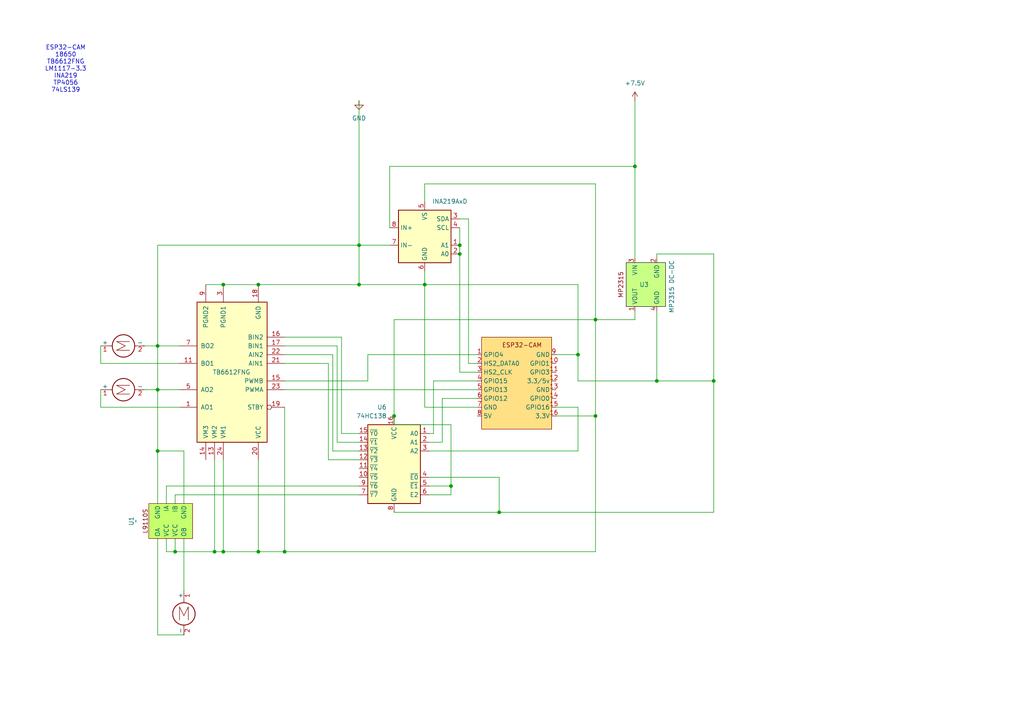
<source format=kicad_sch>
(kicad_sch (version 20250114) (generator "eeschema") (generator_version "9.0")
  (paper "A4")
  (lib_symbols
    (symbol "74xx:74HC138"
      (property "Reference" "U" (at -7.62 13.97 0))
      (property "Value" "74HC138" (at 2.54 -11.43 0))
      (symbol "74HC138_0_1"
        (rectangle (start -7.62 12.7) (end 7.62 -10.16) (stroke (width 0.254)) (fill (type background)))
      )
      (symbol "74HC138_1_1"
        (pin input line (at -10.16 10.16 0) (length 2.54) (name "A0") (number "1"))
        (pin input line (at -10.16 7.62 0) (length 2.54) (name "A1") (number "2"))
        (pin input line (at -10.16 5.08 0) (length 2.54) (name "A2") (number "3"))
        (pin input line (at -10.16 -2.54 0) (length 2.54) (name "~{E0}") (number "4"))
        (pin input line (at -10.16 -5.08 0) (length 2.54) (name "~{E1}") (number "5"))
        (pin input line (at -10.16 -7.62 0) (length 2.54) (name "E2") (number "6"))
        (pin power_in line (at 0 15.24 270) (length 2.54) (name "VCC") (number "16"))
        (pin power_in line (at 0 -12.7 90) (length 2.54) (name "GND") (number "8"))
        (pin output line (at 10.16 10.16 180) (length 2.54) (name "~{Y0}") (number "15"))
        (pin output line (at 10.16 7.62 180) (length 2.54) (name "~{Y1}") (number "14"))
        (pin output line (at 10.16 5.08 180) (length 2.54) (name "~{Y2}") (number "13"))
        (pin output line (at 10.16 2.54 180) (length 2.54) (name "~{Y3}") (number "12"))
        (pin output line (at 10.16 0 180) (length 2.54) (name "~{Y4}") (number "11"))
        (pin output line (at 10.16 -2.54 180) (length 2.54) (name "~{Y5}") (number "10"))
        (pin output line (at 10.16 -5.08 180) (length 2.54) (name "~{Y6}") (number "9"))
        (pin output line (at 10.16 -7.62 180) (length 2.54) (name "~{Y7}") (number "7"))
      )
    )
    (symbol "Driver_Motor:L9110S"
      (property "Reference" "U1" (at 0 8.89 0))
      (property "Value" "~" (at 0 7.62 0))
      (symbol "L9110S_0_1"
        (rectangle (start -5.08 3.81) (end 5.08 -8.89) (fill (type color) (color 197 255 108 1)))
      )
      (symbol "L9110S_1_1"
        (text "L9110S" (at 0 4.826 0) (effects (font (size 1.27 1.27))))
        (pin output line (at -5.08 1.27 0) (length 0) (name "OA") (number ""))
        (pin power_in line (at -5.08 -1.27 0) (length 0) (name "VCC") (number ""))
        (pin power_in line (at -5.08 -3.81 0) (length 0) (name "VCC") (number ""))
        (pin output line (at -5.08 -6.35 0) (length 0) (name "OB") (number ""))
        (pin power_in line (at 5.08 1.27 180) (length 0) (name "GND") (number ""))
        (pin input line (at 5.08 -1.27 180) (length 0) (name "IA") (number ""))
        (pin input line (at 5.08 -3.81 180) (length 0) (name "IB") (number ""))
        (pin power_in line (at 5.08 -6.35 180) (length 0) (name "GND") (number ""))
      )
    )
    (symbol "Driver_Motor:TB6612FNG" (pin_names (offset 1.016))
      (property "Reference" "U" (at 11.43 17.78 0))
      (property "Value" "TB6612FNG" (at 11.43 15.24 0))
      (symbol "TB6612FNG_0_1"
        (rectangle (start -10.16 20.32) (end 10.16 -20.32) (stroke (width 0.254)) (fill (type background)))
      )
      (symbol "TB6612FNG_1_1"
        (pin input inverted (at -15.24 10.16 0) (length 5.08) (name "STBY") (number "19"))
        (pin input line (at -15.24 5.08 0) (length 5.08) (name "PWMA") (number "23"))
        (pin input line (at -15.24 2.54 0) (length 5.08) (name "PWMB") (number "15"))
        (pin input line (at -15.24 -2.54 0) (length 5.08) (name "AIN1") (number "21"))
        (pin input line (at -15.24 -5.08 0) (length 5.08) (name "AIN2") (number "22"))
        (pin input line (at -15.24 -7.62 0) (length 5.08) (name "BIN1") (number "17"))
        (pin input line (at -15.24 -10.16 0) (length 5.08) (name "BIN2") (number "16"))
        (pin power_in line (at -7.62 25.4 270) (length 5.08) (name "VCC") (number "20"))
        (pin power_in line (at -7.62 -25.4 90) (length 5.08) (name "GND") (number "18"))
        (pin power_in line (at 2.54 25.4 270) (length 5.08) (name "VM1") (number "24"))
        (pin power_in line (at 2.54 -25.4 90) (length 5.08) (name "PGND1") (number "3"))
        (pin passive line (at 2.54 -25.4 90) (length 5.08) (hide yes) (name "PGND1") (number "4"))
        (pin power_in line (at 5.08 25.4 270) (length 5.08) (name "VM2") (number "13"))
        (pin power_in line (at 7.62 25.4 270) (length 5.08) (name "VM3") (number "14"))
        (pin passive line (at 7.62 -25.4 90) (length 5.08) (hide yes) (name "PGND2") (number "10"))
        (pin power_in line (at 7.62 -25.4 90) (length 5.08) (name "PGND2") (number "9"))
        (pin output line (at 15.24 10.16 180) (length 5.08) (name "AO1") (number "1"))
        (pin passive line (at 15.24 10.16 180) (length 5.08) (hide yes) (name "AO1") (number "2"))
        (pin output line (at 15.24 5.08 180) (length 5.08) (name "AO2") (number "5"))
        (pin passive line (at 15.24 5.08 180) (length 5.08) (hide yes) (name "AO2") (number "6"))
        (pin output line (at 15.24 -2.54 180) (length 5.08) (name "BO1") (number "11"))
        (pin passive line (at 15.24 -2.54 180) (length 5.08) (hide yes) (name "BO1") (number "12"))
        (pin output line (at 15.24 -7.62 180) (length 5.08) (name "BO2") (number "7"))
        (pin passive line (at 15.24 -7.62 180) (length 5.08) (hide yes) (name "BO2") (number "8"))
      )
    )
    (symbol "Motor:Motor_DC" (pin_names (offset 0))
      (property "Reference" "M" (at 2.54 2.54 0))
      (property "Value" "Motor_DC" (at 2.54 -5.08 0))
      (symbol "Motor_DC_0_0"
        (polyline (pts (xy -1.27 -3.302) (xy -1.27 0.508) (xy 0 -2.032) (xy 1.27 0.508) (xy 1.27 -3.302)))
      )
      (symbol "Motor_DC_0_1"
        (polyline (pts (xy 0 2.032) (xy 0 2.54)))
        (polyline (pts (xy 0 1.7272) (xy 0 2.0828)))
        (circle (center 0 -1.524) (radius 3.2512) (stroke (width 0.254)))
        (polyline (pts (xy 0 -4.7752) (xy 0 -5.1816)))
        (polyline (pts (xy 0 -7.62) (xy 0 -7.112)))
      )
      (symbol "Motor_DC_1_1"
        (pin passive line (at 0 5.08 270) (length 2.54) (name "+") (number "1"))
        (pin passive line (at 0 -7.62 90) (length 2.54) (name "-") (number "2"))
      )
    )
    (symbol "RF_Module:ESP32-CAM"
      (symbol "ESP32-CAM_0_1"
        (rectangle (start -10.16 11.43) (end 10.16 -15.24) (fill (type color) (color 255 224 132 1)))
      )
      (symbol "ESP32-CAM_1_1"
        (text "ESP32-CAM" (at 1.524 9.144 0) (effects (font (size 1.27 1.27))))
        (pin output line (at -11.43 6.35 0) (length 1.27) (name "GPIO4") (number "1"))
        (pin output line (at -11.43 3.81 0) (length 1.27) (name "GPIO2") (number "2") (alternate "HS2_DATA0" output line))
        (pin output line (at -11.43 1.27 0) (length 1.27) (name "GPIO14") (number "3") (alternate "HS2_CLK" output line))
        (pin output line (at -11.43 -1.27 0) (length 1.27) (name "GPIO15") (number "4"))
        (pin output line (at -11.43 -3.81 0) (length 1.27) (name "GPIO13") (number "5"))
        (pin output line (at -11.43 -6.35 0) (length 1.27) (name "GPIO12") (number "6"))
        (pin power_in line (at -11.43 -8.89 0) (length 1.27) (name "GND") (number "7"))
        (pin power_in line (at -11.43 -11.43 0) (length 1.27) (name "5V") (number "8"))
        (pin power_in line (at 11.43 6.35 180) (length 1.27) (name "GND") (number "9"))
        (pin output line (at 11.43 3.81 180) (length 1.27) (name "GPIO1") (number "10"))
        (pin input line (at 11.43 1.27 180) (length 1.27) (name "GPIO3") (number "11"))
        (pin power_out line (at 11.43 -1.27 180) (length 1.27) (name "3.3/5v") (number "12"))
        (pin power_in line (at 11.43 -3.81 180) (length 1.27) (name "GND") (number "13"))
        (pin output line (at 11.43 -6.35 180) (length 1.27) (name "GPIO0") (number "14"))
        (pin output line (at 11.43 -8.89 180) (length 1.27) (name "GPIO16") (number "15"))
        (pin power_in line (at 11.43 -11.43 180) (length 1.27) (name "3.3V") (number "16"))
      )
    )
    (symbol "Regulator_Switching:MP2315"
      (property "Reference" "U" (at 0 -1.27 0))
      (property "Value" "MP2315 DC-DC" (at 0 0 0))
      (symbol "MP2315_1_1"
        (rectangle (start -6.35 5.08) (end 6.35 -6.35) (stroke (width 0) (color 17 28 25 1)) (fill (type color) (color 202 255 134 1)))
        (text "MP2315" (at 0 6.604 0) (effects (font (size 1.27 1.27))))
        (pin input line (at -7.62 2.54 0) (length 1.27) (name "VIN") (number "3"))
        (pin power_in line (at -7.62 -3.81 0) (length 1.27) (name "GND") (number "2"))
        (pin output line (at 7.62 2.54 180) (length 1.27) (name "VOUT") (number "1"))
        (pin power_in line (at 7.62 -3.81 180) (length 1.27) (name "GND") (number "4"))
      )
    )
    (symbol "Sensor_Energy:INA219AxD"
      (property "Reference" "U" (at -6.35 8.89 0))
      (property "Value" "INA219AxD" (at 5.08 8.89 0))
      (symbol "INA219AxD_0_1"
        (rectangle (start -7.62 7.62) (end 7.62 -7.62) (stroke (width 0.254)) (fill (type background)))
      )
      (symbol "INA219AxD_1_1"
        (pin input line (at -10.16 2.54 0) (length 2.54) (name "IN+") (number "8"))
        (pin input line (at -10.16 -2.54 0) (length 2.54) (name "IN-") (number "7"))
        (pin power_in line (at 0 10.16 270) (length 2.54) (name "VS") (number "5"))
        (pin power_in line (at 0 -10.16 90) (length 2.54) (name "GND") (number "6"))
        (pin bidirectional line (at 10.16 5.08 180) (length 2.54) (name "SDA") (number "3"))
        (pin input line (at 10.16 2.54 180) (length 2.54) (name "SCL") (number "4"))
        (pin input line (at 10.16 -2.54 180) (length 2.54) (name "A1") (number "1"))
        (pin input line (at 10.16 -5.08 180) (length 2.54) (name "A0") (number "2"))
      )
    )
    (symbol "power:+7.5V" (power) (pin_numbers (hide yes)) (pin_names (offset 0) (hide yes))
      (property "Value" "+7.5V" (at 0 3.556 0))
      (symbol "+7.5V_0_1"
        (polyline (pts (xy -0.762 1.27) (xy 0 2.54)))
        (polyline (pts (xy 0 2.54) (xy 0.762 1.27)))
        (polyline (pts (xy 0 0) (xy 0 2.54)))
      )
      (symbol "+7.5V_1_1"
        (pin power_in line (at 0 0 90) (length 0) (name "~") (number "1"))
      )
    )
    (symbol "power:GND" (power) (pin_numbers (hide yes)) (pin_names (offset 0) (hide yes))
      (property "Value" "GND" (at 0 -3.81 0))
      (symbol "GND_0_1"
        (polyline (pts (xy 0 0) (xy 0 -1.27) (xy 1.27 -1.27) (xy 0 -2.54) (xy -1.27 -1.27) (xy 0 -1.27)))
      )
      (symbol "GND_1_1"
        (pin power_in line (at 0 0 270) (length 0) (name "~") (number "1"))
      )
    )
  )
  (text "ESP32-CAM\n18650\nTB6612FNG\nLM1117-3.3\nINA219\nTP4056\n74LS139" (at 19.05 20.066 0) (effects (font (size 1.27 1.27))))
  (junction (at 104.14 71.12))
  (junction (at 82.55 160.02))
  (junction (at 144.78 148.59))
  (junction (at 172.72 120.65))
  (junction (at 123.19 82.55))
  (junction (at 130.81 140.97))
  (junction (at 184.15 48.26))
  (junction (at 62.23 160.02))
  (junction (at 45.72 113.03))
  (junction (at 50.8 160.02))
  (junction (at 45.72 100.33))
  (junction (at 74.93 82.55))
  (junction (at 172.72 92.71))
  (junction (at 133.35 73.66))
  (junction (at 207.01 110.49))
  (junction (at 190.5 110.49))
  (junction (at 133.35 71.12))
  (junction (at 45.72 130.81))
  (junction (at 64.77 82.55))
  (junction (at 167.64 102.87))
  (junction (at 114.3 120.65))
  (junction (at 64.77 160.02))
  (junction (at 74.93 160.02))
  (junction (at 104.14 82.55))
  (wire (pts (xy 95.25 133.35) (xy 104.14 133.35)))
  (wire (pts (xy 53.34 130.81) (xy 45.72 130.81)))
  (wire (pts (xy 64.77 160.02) (xy 74.93 160.02)))
  (wire (pts (xy 135.89 105.41) (xy 138.43 105.41)))
  (wire (pts (xy 50.8 160.02) (xy 50.8 156.21)))
  (wire (pts (xy 124.46 128.27) (xy 128.27 128.27)))
  (wire (pts (xy 96.52 130.81) (xy 96.52 102.87)))
  (wire (pts (xy 45.72 113.03) (xy 45.72 130.81)))
  (wire (pts (xy 64.77 160.02) (xy 64.77 133.35)))
  (wire (pts (xy 74.93 160.02) (xy 74.93 133.35)))
  (wire (pts (xy 82.55 160.02) (xy 172.72 160.02)))
  (wire (pts (xy 114.3 120.65) (xy 114.3 123.19)))
  (wire (pts (xy 45.72 100.33) (xy 45.72 113.03)))
  (wire (pts (xy 123.19 82.55) (xy 167.64 82.55)))
  (wire (pts (xy 62.23 160.02) (xy 64.77 160.02)))
  (wire (pts (xy 130.81 140.97) (xy 130.81 143.51)))
  (wire (pts (xy 167.64 130.81) (xy 167.64 118.11)))
  (wire (pts (xy 45.72 71.12) (xy 104.14 71.12)))
  (wire (pts (xy 135.89 63.5) (xy 133.35 63.5)))
  (wire (pts (xy 41.91 100.33) (xy 45.72 100.33)))
  (wire (pts (xy 113.03 48.26) (xy 184.15 48.26)))
  (wire (pts (xy 106.68 110.49) (xy 82.55 110.49)))
  (wire (pts (xy 82.55 118.11) (xy 82.55 160.02)))
  (wire (pts (xy 184.15 48.26) (xy 184.15 74.93)))
  (wire (pts (xy 29.21 100.33) (xy 29.21 105.41)))
  (wire (pts (xy 95.25 133.35) (xy 95.25 105.41)))
  (wire (pts (xy 96.52 102.87) (xy 82.55 102.87)))
  (wire (pts (xy 133.35 73.66) (xy 133.35 107.95)))
  (wire (pts (xy 45.72 113.03) (xy 52.07 113.03)))
  (wire (pts (xy 135.89 63.5) (xy 135.89 105.41)))
  (wire (pts (xy 124.46 140.97) (xy 130.81 140.97)))
  (wire (pts (xy 167.64 82.55) (xy 167.64 102.87)))
  (wire (pts (xy 138.43 102.87) (xy 106.68 102.87)))
  (wire (pts (xy 106.68 102.87) (xy 106.68 110.49)))
  (wire (pts (xy 190.5 90.17) (xy 190.5 110.49)))
  (wire (pts (xy 125.73 125.73) (xy 124.46 125.73)))
  (wire (pts (xy 190.5 73.66) (xy 207.01 73.66)))
  (wire (pts (xy 48.26 156.21) (xy 48.26 160.02)))
  (wire (pts (xy 144.78 148.59) (xy 207.01 148.59)))
  (wire (pts (xy 99.06 97.79) (xy 82.55 97.79)))
  (wire (pts (xy 50.8 146.05) (xy 50.8 143.51)))
  (wire (pts (xy 172.72 92.71) (xy 184.15 92.71)))
  (wire (pts (xy 125.73 110.49) (xy 125.73 125.73)))
  (wire (pts (xy 114.3 148.59) (xy 144.78 148.59)))
  (wire (pts (xy 113.03 66.04) (xy 113.03 48.26)))
  (wire (pts (xy 53.34 171.45) (xy 53.34 156.21)))
  (wire (pts (xy 161.29 120.65) (xy 172.72 120.65)))
  (wire (pts (xy 190.5 73.66) (xy 190.5 74.93)))
  (wire (pts (xy 59.69 82.55) (xy 64.77 82.55)))
  (wire (pts (xy 128.27 128.27) (xy 128.27 115.57)))
  (wire (pts (xy 123.19 53.34) (xy 123.19 58.42)))
  (wire (pts (xy 124.46 130.81) (xy 167.64 130.81)))
  (wire (pts (xy 50.8 143.51) (xy 104.14 143.51)))
  (wire (pts (xy 104.14 71.12) (xy 113.03 71.12)))
  (wire (pts (xy 184.15 90.17) (xy 184.15 92.71)))
  (wire (pts (xy 45.72 130.81) (xy 45.72 146.05)))
  (wire (pts (xy 144.78 138.43) (xy 144.78 148.59)))
  (wire (pts (xy 82.55 160.02) (xy 74.93 160.02)))
  (wire (pts (xy 172.72 92.71) (xy 172.72 120.65)))
  (wire (pts (xy 138.43 110.49) (xy 125.73 110.49)))
  (wire (pts (xy 167.64 102.87) (xy 167.64 110.49)))
  (wire (pts (xy 96.52 130.81) (xy 104.14 130.81)))
  (wire (pts (xy 114.3 123.19) (xy 130.81 123.19)))
  (wire (pts (xy 190.5 110.49) (xy 207.01 110.49)))
  (wire (pts (xy 104.14 71.12) (xy 104.14 82.55)))
  (wire (pts (xy 130.81 123.19) (xy 130.81 140.97)))
  (wire (pts (xy 99.06 125.73) (xy 99.06 97.79)))
  (wire (pts (xy 138.43 118.11) (xy 123.19 118.11)))
  (wire (pts (xy 161.29 102.87) (xy 167.64 102.87)))
  (wire (pts (xy 45.72 100.33) (xy 52.07 100.33)))
  (wire (pts (xy 29.21 113.03) (xy 29.21 118.11)))
  (wire (pts (xy 41.91 113.03) (xy 45.72 113.03)))
  (wire (pts (xy 97.79 100.33) (xy 82.55 100.33)))
  (wire (pts (xy 104.14 29.21) (xy 104.14 71.12)))
  (wire (pts (xy 172.72 160.02) (xy 172.72 120.65)))
  (wire (pts (xy 45.72 184.15) (xy 53.34 184.15)))
  (wire (pts (xy 62.23 160.02) (xy 62.23 133.35)))
  (wire (pts (xy 133.35 71.12) (xy 133.35 73.66)))
  (wire (pts (xy 48.26 160.02) (xy 50.8 160.02)))
  (wire (pts (xy 29.21 118.11) (xy 52.07 118.11)))
  (wire (pts (xy 48.26 140.97) (xy 104.14 140.97)))
  (wire (pts (xy 207.01 110.49) (xy 207.01 73.66)))
  (wire (pts (xy 123.19 53.34) (xy 172.72 53.34)))
  (wire (pts (xy 128.27 115.57) (xy 138.43 115.57)))
  (wire (pts (xy 184.15 29.21) (xy 184.15 48.26)))
  (wire (pts (xy 124.46 138.43) (xy 144.78 138.43)))
  (wire (pts (xy 82.55 113.03) (xy 138.43 113.03)))
  (wire (pts (xy 97.79 128.27) (xy 97.79 100.33)))
  (wire (pts (xy 97.79 128.27) (xy 104.14 128.27)))
  (wire (pts (xy 50.8 160.02) (xy 62.23 160.02)))
  (wire (pts (xy 114.3 120.65) (xy 114.3 92.71)))
  (wire (pts (xy 123.19 118.11) (xy 123.19 82.55)))
  (wire (pts (xy 207.01 110.49) (xy 207.01 148.59)))
  (wire (pts (xy 104.14 82.55) (xy 123.19 82.55)))
  (wire (pts (xy 74.93 82.55) (xy 104.14 82.55)))
  (wire (pts (xy 64.77 82.55) (xy 74.93 82.55)))
  (wire (pts (xy 95.25 105.41) (xy 82.55 105.41)))
  (wire (pts (xy 124.46 143.51) (xy 130.81 143.51)))
  (wire (pts (xy 48.26 146.05) (xy 48.26 140.97)))
  (wire (pts (xy 167.64 110.49) (xy 190.5 110.49)))
  (wire (pts (xy 99.06 125.73) (xy 104.14 125.73)))
  (wire (pts (xy 114.3 92.71) (xy 172.72 92.71)))
  (wire (pts (xy 29.21 105.41) (xy 52.07 105.41)))
  (wire (pts (xy 172.72 53.34) (xy 172.72 92.71)))
  (wire (pts (xy 167.64 118.11) (xy 161.29 118.11)))
  (wire (pts (xy 133.35 66.04) (xy 133.35 71.12)))
  (wire (pts (xy 123.19 78.74) (xy 123.19 82.55)))
  (wire (pts (xy 53.34 146.05) (xy 53.34 130.81)))
  (wire (pts (xy 133.35 107.95) (xy 138.43 107.95)))
  (wire (pts (xy 45.72 184.15) (xy 45.72 156.21)))
  (wire (pts (xy 45.72 100.33) (xy 45.72 71.12)))
  (symbol (lib_id "power:+7.5V") (at 184.15 29.21 0) (unit 1)
    (property "Reference" "#PWR01" (effects (hide yes)))
    (property "Value" "+7.5V" (at 184.15 24.13 0))
    (property "Description" "Power symbol creates a global label with name \"+7.5V\"" (effects (hide yes)))
  )
  (symbol (lib_id "Motor:Motor_DC") (at 53.34 176.53 0) (unit 1)
    (property "Reference" "M3" (effects (hide yes)))
    (property "Value" "Motor_DC" (effects (hide yes)))
    (property "Description" "DC Motor" (effects (hide yes)))
  )
  (symbol (lib_id "RF_Module:ESP32-CAM") (at 149.86 109.22 0) (unit 1)
    (property "Reference" "U8" (effects (hide yes)))
    (property "Value" "ESP32-CAM" (effects (hide yes)))
    (property "Footprint" "Package_DFN_QFN:ESP32-CAM" (effects (hide yes)))
    (pin "2" (alternate "HS2_DATA0"))
    (pin "3" (alternate "HS2_CLK"))
  )
  (symbol (lib_id "Motor:Motor_DC") (at 34.29 113.03 90) (unit 1)
    (property "Reference" "M1" (effects (hide yes)))
    (property "Value" "Motor_DC" (effects (hide yes)))
    (property "Description" "DC Motor" (effects (hide yes)))
  )
  (symbol (lib_id "Motor:Motor_DC") (at 34.29 100.33 90) (unit 1)
    (property "Reference" "M2" (effects (hide yes)))
    (property "Value" "Motor_DC" (effects (hide yes)))
    (property "Description" "DC Motor" (effects (hide yes)))
  )
  (symbol (lib_id "Regulator_Switching:MP2315") (at 186.69 82.55 90) (mirror x) (unit 1)
    (property "Reference" "U3" (at 188.214 82.55 90) (effects (justify left)))
    (property "Value" "MP2315 DC-DC" (at 194.818 75.438 0) (effects (justify left)))
    (property "Footprint" "Package_DFN_QFN:MP2315 DC-DC" (effects (hide yes)))
  )
  (symbol (lib_id "74xx:74HC138") (at 114.3 135.89 0) (mirror y) (unit 1)
    (property "Reference" "U6" (at 112.1567 118.11 0) (effects (justify left)))
    (property "Value" "74HC138" (at 112.1567 120.65 0) (effects (justify left)))
    (property "Datasheet" "http://www.ti.com/lit/ds/symlink/cd74hc238.pdf" (effects (hide yes)))
    (property "Description" "3-to-8 line decoder/multiplexer inverting, DIP-16/SOIC-16/SSOP-16" (effects (hide yes)))
  )
  (symbol (lib_id "power:GND") (at 104.14 29.21 0) (unit 1)
    (property "Reference" "#PWR02" (effects (hide yes)))
    (property "Value" "GND" (at 104.14 34.29 0))
    (property "Description" "Power symbol creates a global label with name \"GND\" , ground" (effects (hide yes)))
  )
  (symbol (lib_id "Driver_Motor:TB6612FNG") (at 67.31 107.95 180) (unit 1)
    (property "Reference" "U2" (effects (hide yes)))
    (property "Value" "TB6612FNG" (at 72.644 107.95 0) (effects (justify left)))
    (property "Footprint" "Package_SO:SSOP-24_5.3x8.2mm_P0.65mm" (effects (hide yes)))
    (property "Datasheet" "https://toshiba.semicon-storage.com/us/product/linear/motordriver/detail.TB6612FNG.html" (effects (hide yes)))
    (property "Description" "Driver IC for Dual DC motor, SSOP-24" (effects (hide yes)))
  )
  (symbol (lib_id "Sensor_Energy:INA219AxD") (at 123.19 68.58 0) (unit 1)
    (property "Reference" "U4" (effects (hide yes)))
    (property "Value" "INA219AxD" (at 125.3333 58.42 0) (effects (justify left)))
    (property "Footprint" "Package_SO:SOIC-8_3.9x4.9mm_P1.27mm" (effects (hide yes)))
    (property "Datasheet" "http://www.ti.com/lit/ds/symlink/ina219.pdf" (effects (hide yes)))
    (property "Description" "Zero-Drift, Bidirectional Current/Power Monitor (0-26V) With I2C Interface, SOIC-8" (effects (hide yes)))
  )
  (symbol (lib_id "Driver_Motor:L9110S") (at 46.99 151.13 90) (unit 1)
    (property "Reference" "U1" (at 38.1 151.13 0))
    (property "Value" "~" (at 39.37 151.13 0))
  )
)
</source>
